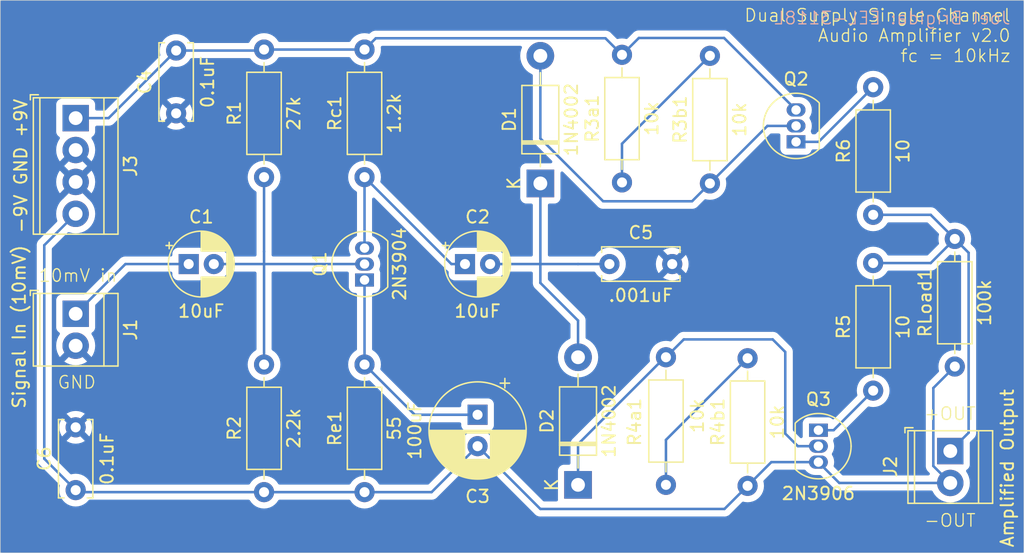
<source format=kicad_pcb>
(kicad_pcb (version 20221018) (generator pcbnew)
  (layers (0 "F.Cu" signal) (31 "B.Cu" signal) (34 "B.Paste" user) (35 "F.Paste" user) (36 "B.SilkS" user "B.Silkscreen") (37 "F.SilkS" user "F.Silkscreen") (38 "B.Mask" user) (39 "F.Mask" user) (44 "Edge.Cuts" user))
  (net 0 "")
  (net 1 "/Vin")
  (net 2 "Net-(Q1-B)")
  (net 3 "Net-(Q1-C)")
  (net 4 "Net-(D1-K)")
  (net 5 "Net-(Q1-E)")
  (net 6 "/Vee (-9V)")
  (net 7 "GNDREF")
  (net 8 "/Vcc (+9V)")
  (net 9 "Net-(D1-A)")
  (net 10 "Net-(D2-K)")
  (net 11 "/Vout")
  (net 12 "Net-(Q2-E)")
  (net 13 "Net-(Q3-E)")
  (net 14 "Net-(R4a1-Pad1)")
  (net 15 "Net-(R3a1-Pad1)")
  (footprint "Capacitor_THT:CP_Radial_D5.0mm_P2.00mm" (layer "F.Cu") (at 140 93)
    (fp_text reference "C2" (at 1 -3.75) (layer "F.SilkS"))
    (fp_text value "10uF" (at 1 3.75) (layer "F.SilkS"))
    (pad "1" thru_hole rect (at 0 0) (size 1.6 1.6) (drill 0.8) (layers "*.Cu" "*.Mask") (net 3 "Net-(Q1-C)"))
    (pad "2" thru_hole circle (at 2 0) (size 1.6 1.6) (drill 0.8) (layers "*.Cu" "*.Mask") (net 4 "Net-(D1-K)"))
  )
  (footprint "Resistor_THT:R_Axial_DIN0207_L6.3mm_D2.5mm_P10.16mm_Horizontal" (layer "F.Cu") (at 152.5 86.5 90)
    (fp_text reference "R3a1" (at 5.08 -2.37 90) (layer "F.SilkS"))
    (fp_text value "10k" (at 5.08 2.37 90) (layer "F.SilkS"))
    (pad "1" thru_hole circle (at 0 0 90) (size 1.6 1.6) (drill 0.8) (layers "*.Cu" "*.Mask") (net 15 "Net-(R3a1-Pad1)"))
    (pad "2" thru_hole oval (at 10.16 0 90) (size 1.6 1.6) (drill 0.8) (layers "*.Cu" "*.Mask") (net 8 "/Vcc (+9V)"))
  )
  (footprint "Diode_THT:D_DO-41_SOD81_P10.16mm_Horizontal" (layer "F.Cu") (at 149 110.58 90)
    (fp_text reference "D2" (at 5.08 -2.47 90) (layer "F.SilkS"))
    (fp_text value "1N4002" (at 5.08 2.47 90) (layer "F.SilkS"))
    (fp_text user "K" (at 0 -2.1 90) (layer "F.SilkS"))
    (pad "1" thru_hole rect (at 0 0 90) (size 2.2 2.2) (drill 1.1) (layers "*.Cu" "*.Mask") (net 10 "Net-(D2-K)"))
    (pad "2" thru_hole oval (at 10.16 0 90) (size 2.2 2.2) (drill 1.1) (layers "*.Cu" "*.Mask") (net 4 "Net-(D1-K)"))
  )
  (footprint "TerminalBlock_TE-Connectivity:TerminalBlock_TE_282834-4_1x04_P2.54mm_Horizontal" (layer "F.Cu") (at 109 81.38 -90)
    (fp_text reference "J3" (at 3.81 -4.37 90) (layer "F.SilkS"))
    (fp_text value "-9V GND +9V" (at 3.81 4.37 90) (layer "F.SilkS"))
    (pad "1" thru_hole rect (at 0 0 270) (size 2.1 2.1) (drill 1.1) (layers "*.Cu" "*.Mask") (net 8 "/Vcc (+9V)"))
    (pad "2" thru_hole circle (at 2.54 0 270) (size 2.1 2.1) (drill 1.1) (layers "*.Cu" "*.Mask") (net 7 "GNDREF"))
    (pad "3" thru_hole circle (at 5.08 0 270) (size 2.1 2.1) (drill 1.1) (layers "*.Cu" "*.Mask") (net 7 "GNDREF"))
    (pad "4" thru_hole circle (at 7.62 0 270) (size 2.1 2.1) (drill 1.1) (layers "*.Cu" "*.Mask") (net 6 "/Vee (-9V)"))
  )
  (footprint "Resistor_THT:R_Axial_DIN0207_L6.3mm_D2.5mm_P10.16mm_Horizontal" (layer "F.Cu") (at 179 101.16 90)
    (fp_text reference "RLoad1" (at 5.08 -2.37 90) (layer "F.SilkS"))
    (fp_text value "100k" (at 5.08 2.37 90) (layer "F.SilkS"))
    (pad "1" thru_hole circle (at 0 0 90) (size 1.6 1.6) (drill 0.8) (layers "*.Cu" "*.Mask") (net 6 "/Vee (-9V)"))
    (pad "2" thru_hole oval (at 10.16 0 90) (size 1.6 1.6) (drill 0.8) (layers "*.Cu" "*.Mask") (net 11 "/Vout"))
  )
  (footprint "Resistor_THT:R_Axial_DIN0207_L6.3mm_D2.5mm_P10.16mm_Horizontal" (layer "F.Cu") (at 156 110.58 90)
    (fp_text reference "R4a1" (at 5 -2.5 90) (layer "F.SilkS"))
    (fp_text value "10k" (at 5.5 2.5 90) (layer "F.SilkS"))
    (pad "1" thru_hole circle (at 0 0 90) (size 1.6 1.6) (drill 0.8) (layers "*.Cu" "*.Mask") (net 14 "Net-(R4a1-Pad1)"))
    (pad "2" thru_hole oval (at 10.16 0 90) (size 1.6 1.6) (drill 0.8) (layers "*.Cu" "*.Mask") (net 10 "Net-(D2-K)"))
  )
  (footprint "Capacitor_THT:C_Disc_D6.0mm_W2.5mm_P5.00mm" (layer "F.Cu") (at 109 111 90)
    (fp_text reference "C6" (at 2.5 -2.5 90) (layer "F.SilkS"))
    (fp_text value "0.1uF" (at 2.5 2.5 90) (layer "F.SilkS"))
    (pad "1" thru_hole circle (at 0 0 90) (size 1.6 1.6) (drill 0.8) (layers "*.Cu" "*.Mask") (net 6 "/Vee (-9V)"))
    (pad "2" thru_hole circle (at 5 0 90) (size 1.6 1.6) (drill 0.8) (layers "*.Cu" "*.Mask") (net 7 "GNDREF"))
  )
  (footprint "TerminalBlock_TE-Connectivity:TerminalBlock_TE_282834-2_1x02_P2.54mm_Horizontal" (layer "F.Cu") (at 109 96.96 -90)
    (fp_text reference "J1" (at 1.27 -4.37 -270) (layer "F.SilkS"))
    (fp_text value "Signal In (10mV)" (at 1.04 4.5 -90) (layer "F.SilkS"))
    (pad "1" thru_hole rect (at 0 0 270) (size 2.1 2.1) (drill 1.1) (layers "*.Cu" "*.Mask") (net 1 "/Vin"))
    (pad "2" thru_hole circle (at 2.54 0 270) (size 2.1 2.1) (drill 1.1) (layers "*.Cu" "*.Mask") (net 7 "GNDREF"))
  )
  (footprint "Resistor_THT:R_Axial_DIN0207_L6.3mm_D2.5mm_P10.16mm_Horizontal" (layer "F.Cu") (at 162.5 110.66 90)
    (fp_text reference "R4b1" (at 5.08 -2.37 90) (layer "F.SilkS"))
    (fp_text value "10k" (at 5.08 2.37 90) (layer "F.SilkS"))
    (pad "1" thru_hole circle (at 0 0 90) (size 1.6 1.6) (drill 0.8) (layers "*.Cu" "*.Mask") (net 6 "/Vee (-9V)"))
    (pad "2" thru_hole oval (at 10.16 0 90) (size 1.6 1.6) (drill 0.8) (layers "*.Cu" "*.Mask") (net 14 "Net-(R4a1-Pad1)"))
  )
  (footprint "Package_TO_SOT_THT:TO-92_Inline" (layer "F.Cu") (at 168.14 106.23 -90)
    (fp_text reference "Q3" (at -2.46 0 -180) (layer "F.SilkS"))
    (fp_text value "2N3906" (at 5.04 0 180) (layer "F.SilkS"))
    (pad "1" thru_hole rect (at 0 0 270) (size 1.05 1.5) (drill 0.75) (layers "*.Cu" "*.Mask") (net 13 "Net-(Q3-E)"))
    (pad "2" thru_hole oval (at 1.27 0 270) (size 1.05 1.5) (drill 0.75) (layers "*.Cu" "*.Mask") (net 10 "Net-(D2-K)"))
    (pad "3" thru_hole oval (at 2.54 0 270) (size 1.05 1.5) (drill 0.75) (layers "*.Cu" "*.Mask") (net 6 "/Vee (-9V)"))
  )
  (footprint "Package_TO_SOT_THT:TO-92_Inline" (layer "F.Cu") (at 166.36 83.27 90)
    (fp_text reference "Q2" (at 5 0 180) (layer "F.SilkS"))
    (fp_text value "2N3904")
    (pad "1" thru_hole rect (at 0 0 90) (size 1.05 1.5) (drill 0.75) (layers "*.Cu" "*.Mask") (net 12 "Net-(Q2-E)"))
    (pad "2" thru_hole oval (at 1.27 0 90) (size 1.05 1.5) (drill 0.75) (layers "*.Cu" "*.Mask") (net 9 "Net-(D1-A)"))
    (pad "3" thru_hole oval (at 2.54 0 90) (size 1.05 1.5) (drill 0.75) (layers "*.Cu" "*.Mask") (net 8 "/Vcc (+9V)"))
  )
  (footprint "Package_TO_SOT_THT:TO-92_Inline" (layer "F.Cu") (at 132 94.27 90)
    (fp_text reference "Q1" (at 1.27 -3.56 90) (layer "F.SilkS"))
    (fp_text value "2N3904" (at 1.27 2.79 90) (layer "F.SilkS"))
    (pad "1" thru_hole rect (at 0 0 90) (size 1.05 1.5) (drill 0.75) (layers "*.Cu" "*.Mask") (net 5 "Net-(Q1-E)"))
    (pad "2" thru_hole oval (at 1.27 0 90) (size 1.05 1.5) (drill 0.75) (layers "*.Cu" "*.Mask") (net 2 "Net-(Q1-B)"))
    (pad "3" thru_hole oval (at 2.54 0 90) (size 1.05 1.5) (drill 0.75) (layers "*.Cu" "*.Mask") (net 3 "Net-(Q1-C)"))
  )
  (footprint "Resistor_THT:R_Axial_DIN0207_L6.3mm_D2.5mm_P10.16mm_Horizontal" (layer "F.Cu") (at 159.5 86.58 90)
    (fp_text reference "R3b1" (at 5.08 -2.37 90) (layer "F.SilkS"))
    (fp_text value "10k" (at 5.08 2.37 90) (layer "F.SilkS"))
    (pad "1" thru_hole circle (at 0 0 90) (size 1.6 1.6) (drill 0.8) (layers "*.Cu" "*.Mask") (net 9 "Net-(D1-A)"))
    (pad "2" thru_hole oval (at 10.16 0 90) (size 1.6 1.6) (drill 0.8) (layers "*.Cu" "*.Mask") (net 15 "Net-(R3a1-Pad1)"))
  )
  (footprint "Capacitor_THT:CP_Radial_D5.0mm_P2.00mm" (layer "F.Cu") (at 118 93)
    (fp_text reference "C1" (at 1 -3.75) (layer "F.SilkS"))
    (fp_text value "10uF" (at 1 3.75) (layer "F.SilkS"))
    (pad "1" thru_hole rect (at 0 0) (size 1.6 1.6) (drill 0.8) (layers "*.Cu" "*.Mask") (net 1 "/Vin"))
    (pad "2" thru_hole circle (at 2 0) (size 1.6 1.6) (drill 0.8) (layers "*.Cu" "*.Mask") (net 2 "Net-(Q1-B)"))
  )
  (footprint "Resistor_THT:R_Axial_DIN0207_L6.3mm_D2.5mm_P10.16mm_Horizontal" (layer "F.Cu") (at 172.5 103.08 90)
    (fp_text reference "R5" (at 5.08 -2.37 90) (layer "F.SilkS"))
    (fp_text value "10" (at 5.08 2.37 90) (layer "F.SilkS"))
    (pad "1" thru_hole circle (at 0 0 90) (size 1.6 1.6) (drill 0.8) (layers "*.Cu" "*.Mask") (net 13 "Net-(Q3-E)"))
    (pad "2" thru_hole oval (at 10.16 0 90) (size 1.6 1.6) (drill 0.8) (layers "*.Cu" "*.Mask") (net 11 "/Vout"))
  )
  (footprint "Resistor_THT:R_Axial_DIN0207_L6.3mm_D2.5mm_P10.16mm_Horizontal" (layer "F.Cu") (at 132 86.08 90)
    (fp_text reference "Rc1" (at 5.08 -2.37 90) (layer "F.SilkS"))
    (fp_text value "1.2k" (at 5.08 2.37 90) (layer "F.SilkS"))
    (pad "1" thru_hole circle (at 0 0 90) (size 1.6 1.6) (drill 0.8) (layers "*.Cu" "*.Mask") (net 3 "Net-(Q1-C)"))
    (pad "2" thru_hole oval (at 10.16 0 90) (size 1.6 1.6) (drill 0.8) (layers "*.Cu" "*.Mask") (net 8 "/Vcc (+9V)"))
  )
  (footprint "Capacitor_THT:C_Disc_D6.0mm_W2.5mm_P5.00mm" (layer "F.Cu") (at 151.5 93)
    (fp_text reference "C5" (at 2.5 -2.5) (layer "F.SilkS"))
    (fp_text value ".001uF" (at 2.5 2.5) (layer "F.SilkS"))
    (pad "1" thru_hole circle (at 0 0) (size 1.6 1.6) (drill 0.8) (layers "*.Cu" "*.Mask") (net 4 "Net-(D1-K)"))
    (pad "2" thru_hole circle (at 5 0) (size 1.6 1.6) (drill 0.8) (layers "*.Cu" "*.Mask") (net 7 "GNDREF"))
  )
  (footprint "Capacitor_THT:C_Disc_D6.0mm_W2.5mm_P5.00mm" (layer "F.Cu") (at 117 81 90)
    (fp_text reference "C4" (at 2.5 -2.5 90) (layer "F.SilkS"))
    (fp_text value "0.1uF" (at 2.5 2.5 90) (layer "F.SilkS"))
    (pad "1" thru_hole circle (at 0 0 90) (size 1.6 1.6) (drill 0.8) (layers "*.Cu" "*.Mask") (net 7 "GNDREF"))
    (pad "2" thru_hole circle (at 5 0 90) (size 1.6 1.6) (drill 0.8) (layers "*.Cu" "*.Mask") (net 8 "/Vcc (+9V)"))
  )
  (footprint "TerminalBlock_TE-Connectivity:TerminalBlock_TE_282834-2_1x02_P2.54mm_Horizontal" (layer "F.Cu") (at 178.64 107.89 -90)
    (fp_text reference "J2" (at 1.24 4.76 90) (layer "F.SilkS"))
    (fp_text value "Amplified Output" (at 1.36 -4.54 90) (layer "F.SilkS"))
    (pad "1" thru_hole rect (at 0 0 270) (size 2.1 2.1) (drill 1.1) (layers "*.Cu" "*.Mask") (net 11 "/Vout"))
    (pad "2" thru_hole circle (at 2.54 0 270) (size 2.1 2.1) (drill 1.1) (layers "*.Cu" "*.Mask") (net 6 "/Vee (-9V)"))
  )
  (footprint "Resistor_THT:R_Axial_DIN0207_L6.3mm_D2.5mm_P10.16mm_Horizontal" (layer "F.Cu") (at 172.5 89.08 90)
    (fp_text reference "R6" (at 5.08 -2.37 90) (layer "F.SilkS"))
    (fp_text value "10" (at 5.08 2.37 90) (layer "F.SilkS"))
    (pad "1" thru_hole circle (at 0 0 90) (size 1.6 1.6) (drill 0.8) (layers "*.Cu" "*.Mask") (net 11 "/Vout"))
    (pad "2" thru_hole oval (at 10.16 0 90) (size 1.6 1.6) (drill 0.8) (layers "*.Cu" "*.Mask") (net 12 "Net-(Q2-E)"))
  )
  (footprint "Diode_THT:D_DO-41_SOD81_P10.16mm_Horizontal" (layer "F.Cu") (at 146 86.58 90)
    (fp_text reference "D1" (at 5.08 -2.47 90) (layer "F.SilkS"))
    (fp_text value "1N4002" (at 5.08 2.47 90) (layer "F.SilkS"))
    (fp_text user "K" (at 0 -2.1 90) (layer "F.SilkS"))
    (pad "1" thru_hole rect (at 0 0 90) (size 2.2 2.2) (drill 1.1) (layers "*.Cu" "*.Mask") (net 4 "Net-(D1-K)"))
    (pad "2" thru_hole oval (at 10.16 0 90) (size 2.2 2.2) (drill 1.1) (layers "*.Cu" "*.Mask") (net 9 "Net-(D1-A)"))
  )
  (footprint "Resistor_THT:R_Axial_DIN0207_L6.3mm_D2.5mm_P10.16mm_Horizontal" (layer "F.Cu") (at 124 86.08 90)
    (fp_text reference "R1" (at 5.08 -2.37 90) (layer "F.SilkS"))
    (fp_text value "27k" (at 5.08 2.37 90) (layer "F.SilkS"))
    (pad "1" thru_hole circle (at 0 0 90) (size 1.6 1.6) (drill 0.8) (layers "*.Cu" "*.Mask") (net 2 "Net-(Q1-B)"))
    (pad "2" thru_hole oval (at 10.16 0 90) (size 1.6 1.6) (drill 0.8) (layers "*.Cu" "*.Mask") (net 8 "/Vcc (+9V)"))
  )
  (footprint "Resistor_THT:R_Axial_DIN0207_L6.3mm_D2.5mm_P10.16mm_Horizontal" (layer "F.Cu") (at 132 111.16 90)
    (fp_text reference "Re1" (at 5.08 -2.37 90) (layer "F.SilkS"))
    (fp_text value "55" (at 5.08 2.37 90) (layer "F.SilkS"))
    (pad "1" thru_hole circle (at 0 0 90) (size 1.6 1.6) (drill 0.8) (layers "*.Cu" "*.Mask") (net 6 "/Vee (-9V)"))
    (pad "2" thru_hole oval (at 10.16 0 90) (size 1.6 1.6) (drill 0.8) (layers "*.Cu" "*.Mask") (net 5 "Net-(Q1-E)"))
  )
  (footprint "Capacitor_THT:CP_Radial_D7.5mm_P2.50mm" (layer "F.Cu") (at 141 105 -90)
    (fp_text reference "C3" (at 6.5 0 -180) (layer "F.SilkS"))
    (fp_text value "100uF" (at 1.25 5 90) (layer "F.SilkS"))
    (pad "1" thru_hole rect (at 0 0 270) (size 1.6 1.6) (drill 0.8) (layers "*.Cu" "*.Mask") (net 5 "Net-(Q1-E)"))
    (pad "2" thru_hole circle (at 2.5 0 270) (size 1.6 1.6) (drill 0.8) (layers "*.Cu" "*.Mask") (net 6 "/Vee (-9V)"))
  )
  (footprint "Resistor_THT:R_Axial_DIN0207_L6.3mm_D2.5mm_P10.16mm_Horizontal" (layer "F.Cu") (at 124 111.16 90)
    (fp_text reference "R2" (at 5.08 -2.37 90) (layer "F.SilkS"))
    (fp_text value "2.2k" (at 5.08 2.37 90) (layer "F.SilkS"))
    (pad "1" thru_hole circle (at 0 0 90) (size 1.6 1.6) (drill 0.8) (layers "*.Cu" "*.Mask") (net 6 "/Vee (-9V)"))
    (pad "2" thru_hole oval (at 10.16 0 90) (size 1.6 1.6) (drill 0.8) (layers "*.Cu" "*.Mask") (net 2 "Net-(Q1-B)"))
  )
  (gr_rect (start 103 72) (end 184.5 116) (stroke (width 0.05)) (fill none) (layer "Edge.Cuts"))
  (gr_text "Joel Brigida: EEL-3118L" (at 183.5 74) (layer "B.SilkS") (effects (font (size 1 1) (thickness 0.1)) (justify left bottom mirror)))
  (gr_text "GND" (at 107.5 103) (layer "F.SilkS") (effects (font (size 1 1) (thickness 0.1)) (justify left bottom)))
  (gr_text "+OUT" (at 176.5 105.5) (layer "F.SilkS") (effects (font (size 1 1) (thickness 0.1)) (justify left bottom)))
  (gr_text "-OUT" (at 176.5 114) (layer "F.SilkS") (effects (font (size 1 1) (thickness 0.1)) (justify left bottom)))
  (gr_text "10mV in" (at 106 94.5) (layer "F.SilkS") (effects (font (size 1 1) (thickness 0.1)) (justify left bottom)))
  (gr_text "Dual Supply Single Channel\nAudio Amplifier v2.0\nfc = 10kHz" (at 183.5 77) (layer "F.SilkS") (effects (font (size 1 1) (thickness 0.1)) (justify right bottom)))
  (segment (start 118 93) (end 112.96 93) (width 0.2) (layer "B.Cu") (net 1))
  (segment (start 112.96 93) (end 109 96.96) (width 0.2) (layer "B.Cu") (net 1))
  (segment (start 124 101) (end 124 93) (width 0.2) (layer "B.Cu") (net 2))
  (segment (start 124 93) (end 124 92) (width 0.2) (layer "B.Cu") (net 2))
  (segment (start 120 93) (end 124 93) (width 0.2) (layer "B.Cu") (net 2))
  (segment (start 124 92) (end 124 86.08) (width 0.2) (layer "B.Cu") (net 2))
  (segment (start 132 93) (end 124 93) (width 0.2) (layer "B.Cu") (net 2))
  (segment (start 138.92 93) (end 132 86.08) (width 0.2) (layer "B.Cu") (net 3))
  (segment (start 132 91.73) (end 132 86.08) (width 0.2) (layer "B.Cu") (net 3))
  (segment (start 140 93) (end 138.92 93) (width 0.2) (layer "B.Cu") (net 3))
  (segment (start 149 100.42) (end 149 97.5) (width 0.2) (layer "B.Cu") (net 4))
  (segment (start 149 93) (end 146 93) (width 0.2) (layer "B.Cu") (net 4))
  (segment (start 151.5 93) (end 149 93) (width 0.2) (layer "B.Cu") (net 4))
  (segment (start 149 97.5) (end 146 94.5) (width 0.2) (layer "B.Cu") (net 4))
  (segment (start 146 93) (end 142 93) (width 0.2) (layer "B.Cu") (net 4))
  (segment (start 146 86.58) (end 146 93) (width 0.2) (layer "B.Cu") (net 4))
  (segment (start 146 94.5) (end 146 93) (width 0.2) (layer "B.Cu") (net 4))
  (segment (start 141 105) (end 136 105) (width 0.2) (layer "B.Cu") (net 5))
  (segment (start 136 105) (end 132 101) (width 0.2) (layer "B.Cu") (net 5))
  (segment (start 132 94.27) (end 132 101) (width 0.2) (layer "B.Cu") (net 5))
  (segment (start 178.64 110.43) (end 169.8 110.43) (width 0.2) (layer "B.Cu") (net 6))
  (segment (start 169.8 110.43) (end 168.14 108.77) (width 0.2) (layer "B.Cu") (net 6))
  (segment (start 141 107.5) (end 146 112.5) (width 0.2) (layer "B.Cu") (net 6))
  (segment (start 109 89) (end 106.5 91.5) (width 0.2) (layer "B.Cu") (net 6))
  (segment (start 160.66 112.5) (end 162.5 110.66) (width 0.2) (layer "B.Cu") (net 6))
  (segment (start 137.34 111.16) (end 141 107.5) (width 0.2) (layer "B.Cu") (net 6))
  (segment (start 106.5 108.5) (end 109 111) (width 0.2) (layer "B.Cu") (net 6))
  (segment (start 146 112.5) (end 160.66 112.5) (width 0.2) (layer "B.Cu") (net 6))
  (segment (start 109.16 111.16) (end 109 111) (width 0.2) (layer "B.Cu") (net 6))
  (segment (start 124 111.16) (end 109.16 111.16) (width 0.2) (layer "B.Cu") (net 6))
  (segment (start 179 101.16) (end 177.29 102.87) (width 0.2) (layer "B.Cu") (net 6))
  (segment (start 177.29 109.08) (end 178.64 110.43) (width 0.2) (layer "B.Cu") (net 6))
  (segment (start 168.14 108.77) (end 164.39 108.77) (width 0.2) (layer "B.Cu") (net 6))
  (segment (start 106.5 91.5) (end 106.5 108.5) (width 0.2) (layer "B.Cu") (net 6))
  (segment (start 164.39 108.77) (end 162.5 110.66) (width 0.2) (layer "B.Cu") (net 6))
  (segment (start 132 111.16) (end 137.34 111.16) (width 0.2) (layer "B.Cu") (net 6))
  (segment (start 177.29 102.87) (end 177.29 109.08) (width 0.2) (layer "B.Cu") (net 6))
  (segment (start 124 111.16) (end 132 111.16) (width 0.2) (layer "B.Cu") (net 6))
  (segment (start 117 76) (end 123.92 76) (width 0.2) (layer "B.Cu") (net 8))
  (segment (start 111.62 81.38) (end 117 76) (width 0.2) (layer "B.Cu") (net 8))
  (segment (start 123.92 76) (end 124 75.92) (width 0.2) (layer "B.Cu") (net 8))
  (segment (start 151.18 75.02) (end 152.5 76.34) (width 0.2) (layer "B.Cu") (net 8))
  (segment (start 124 75.92) (end 132 75.92) (width 0.2) (layer "B.Cu") (net 8))
  (segment (start 109 81.38) (end 111.62 81.38) (width 0.2) (layer "B.Cu") (net 8))
  (segment (start 160.63 75) (end 166.36 80.73) (width 0.2) (layer "B.Cu") (net 8))
  (segment (start 132.9 75.02) (end 151.18 75.02) (width 0.2) (layer "B.Cu") (net 8))
  (segment (start 132 75.92) (end 132.9 75.02) (width 0.2) (layer "B.Cu") (net 8))
  (segment (start 153.84 75) (end 160.63 75) (width 0.2) (layer "B.Cu") (net 8))
  (segment (start 152.5 76.34) (end 153.84 75) (width 0.2) (layer "B.Cu") (net 8))
  (segment (start 159.5 86.58) (end 164.08 82) (width 0.2) (layer "B.Cu") (net 9))
  (segment (start 146 76.42) (end 146 83) (width 0.2) (layer "B.Cu") (net 9))
  (segment (start 164.08 82) (end 166.36 82) (width 0.2) (layer "B.Cu") (net 9))
  (segment (start 146 83) (end 151 88) (width 0.2) (layer "B.Cu") (net 9))
  (segment (start 151 88) (end 158.08 88) (width 0.2) (layer "B.Cu") (net 9))
  (segment (start 158.08 88) (end 159.5 86.58) (width 0.2) (layer "B.Cu") (net 9))
  (segment (start 165.5 106.5) (end 166.5 107.5) (width 0.2) (layer "B.Cu") (net 10))
  (segment (start 149 107.34) (end 156 100.34) (width 0.2) (layer "B.Cu") (net 10))
  (segment (start 164.5 99) (end 165.5 100) (width 0.2) (layer "B.Cu") (net 10))
  (segment (start 149 110.58) (end 149 107.34) (width 0.2) (layer "B.Cu") (net 10))
  (segment (start 156 100.42) (end 157.42 99) (width 0.2) (layer "B.Cu") (net 10))
  (segment (start 157.42 99) (end 164.5 99) (width 0.2) (layer "B.Cu") (net 10))
  (segment (start 166.5 107.5) (end 168.14 107.5) (width 0.2) (layer "B.Cu") (net 10))
  (segment (start 165.5 100) (end 165.5 106.5) (width 0.2) (layer "B.Cu") (net 10))
  (segment (start 177.08 92.92) (end 179 91) (width 0.2) (layer "B.Cu") (net 11))
  (segment (start 179 91) (end 180.1 92.1) (width 0.2) (layer "B.Cu") (net 11))
  (segment (start 180.1 92.1) (end 180.1 106.43) (width 0.2) (layer "B.Cu") (net 11))
  (segment (start 172.5 89.08) (end 177.08 89.08) (width 0.2) (layer "B.Cu") (net 11))
  (segment (start 180.1 106.43) (end 178.64 107.89) (width 0.2) (layer "B.Cu") (net 11))
  (segment (start 177.08 89.08) (end 179 91) (width 0.2) (layer "B.Cu") (net 11))
  (segment (start 172.5 92.92) (end 177.08 92.92) (width 0.2) (layer "B.Cu") (net 11))
  (segment (start 166.36 83.27) (end 168.15 83.27) (width 0.2) (layer "B.Cu") (net 12))
  (segment (start 168.15 83.27) (end 172.5 78.92) (width 0.2) (layer "B.Cu") (net 12))
  (segment (start 168.14 106.23) (end 169.35 106.23) (width 0.2) (layer "B.Cu") (net 13))
  (segment (start 169.35 106.23) (end 172.5 103.08) (width 0.2) (layer "B.Cu") (net 13))
  (segment (start 156 107) (end 162.5 100.5) (width 0.2) (layer "B.Cu") (net 14))
  (segment (start 156 110.58) (end 156 107) (width 0.2) (layer "B.Cu") (net 14))
  (segment (start 152.5 83.42) (end 159.5 76.42) (width 0.2) (layer "B.Cu") (net 15))
  (segment (start 152.5 86.5) (end 152.5 83.42) (width 0.2) (layer "B.Cu") (net 15))
  (zone (net 7) (net_name "GNDREF") (layer "B.Cu") (connect_pads (clearance 0.5)) (min_thickness 0.25) (fill yes (thermal_gap 0.5) (thermal_bridge_width 0.5))
    (polygon (pts (xy 184.5 72) (xy 103 72) (xy 103 116) (xy 184.5 116)))
  )
)
</source>
